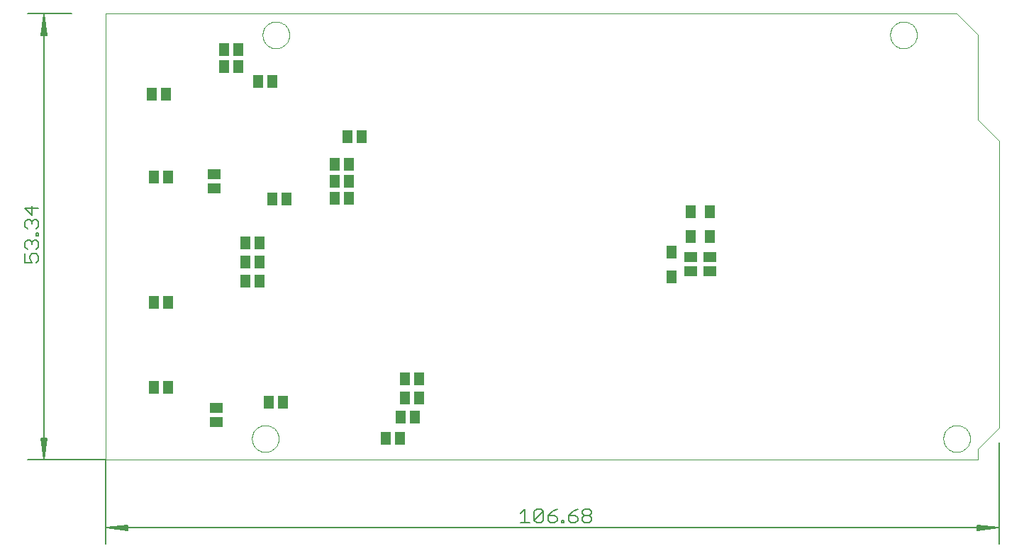
<source format=gbp>
G75*
%MOIN*%
%OFA0B0*%
%FSLAX24Y24*%
%IPPOS*%
%LPD*%
%AMOC8*
5,1,8,0,0,1.08239X$1,22.5*
%
%ADD10C,0.0000*%
%ADD11C,0.0051*%
%ADD12C,0.0060*%
%ADD13R,0.0512X0.0591*%
%ADD14R,0.0472X0.0591*%
%ADD15R,0.0591X0.0512*%
D10*
X004160Y004093D02*
X004160Y025093D01*
X044160Y025093D01*
X045160Y024093D01*
X045160Y020093D01*
X046160Y019093D01*
X046160Y005593D01*
X045160Y004593D01*
X045160Y004093D01*
X004160Y004093D01*
X011030Y005093D02*
X011032Y005143D01*
X011038Y005193D01*
X011048Y005242D01*
X011062Y005290D01*
X011079Y005337D01*
X011100Y005382D01*
X011125Y005426D01*
X011153Y005467D01*
X011185Y005506D01*
X011219Y005543D01*
X011256Y005577D01*
X011296Y005607D01*
X011338Y005634D01*
X011382Y005658D01*
X011428Y005679D01*
X011475Y005695D01*
X011523Y005708D01*
X011573Y005717D01*
X011622Y005722D01*
X011673Y005723D01*
X011723Y005720D01*
X011772Y005713D01*
X011821Y005702D01*
X011869Y005687D01*
X011915Y005669D01*
X011960Y005647D01*
X012003Y005621D01*
X012044Y005592D01*
X012083Y005560D01*
X012119Y005525D01*
X012151Y005487D01*
X012181Y005447D01*
X012208Y005404D01*
X012231Y005360D01*
X012250Y005314D01*
X012266Y005266D01*
X012278Y005217D01*
X012286Y005168D01*
X012290Y005118D01*
X012290Y005068D01*
X012286Y005018D01*
X012278Y004969D01*
X012266Y004920D01*
X012250Y004872D01*
X012231Y004826D01*
X012208Y004782D01*
X012181Y004739D01*
X012151Y004699D01*
X012119Y004661D01*
X012083Y004626D01*
X012044Y004594D01*
X012003Y004565D01*
X011960Y004539D01*
X011915Y004517D01*
X011869Y004499D01*
X011821Y004484D01*
X011772Y004473D01*
X011723Y004466D01*
X011673Y004463D01*
X011622Y004464D01*
X011573Y004469D01*
X011523Y004478D01*
X011475Y004491D01*
X011428Y004507D01*
X011382Y004528D01*
X011338Y004552D01*
X011296Y004579D01*
X011256Y004609D01*
X011219Y004643D01*
X011185Y004680D01*
X011153Y004719D01*
X011125Y004760D01*
X011100Y004804D01*
X011079Y004849D01*
X011062Y004896D01*
X011048Y004944D01*
X011038Y004993D01*
X011032Y005043D01*
X011030Y005093D01*
X043530Y005093D02*
X043532Y005143D01*
X043538Y005193D01*
X043548Y005242D01*
X043562Y005290D01*
X043579Y005337D01*
X043600Y005382D01*
X043625Y005426D01*
X043653Y005467D01*
X043685Y005506D01*
X043719Y005543D01*
X043756Y005577D01*
X043796Y005607D01*
X043838Y005634D01*
X043882Y005658D01*
X043928Y005679D01*
X043975Y005695D01*
X044023Y005708D01*
X044073Y005717D01*
X044122Y005722D01*
X044173Y005723D01*
X044223Y005720D01*
X044272Y005713D01*
X044321Y005702D01*
X044369Y005687D01*
X044415Y005669D01*
X044460Y005647D01*
X044503Y005621D01*
X044544Y005592D01*
X044583Y005560D01*
X044619Y005525D01*
X044651Y005487D01*
X044681Y005447D01*
X044708Y005404D01*
X044731Y005360D01*
X044750Y005314D01*
X044766Y005266D01*
X044778Y005217D01*
X044786Y005168D01*
X044790Y005118D01*
X044790Y005068D01*
X044786Y005018D01*
X044778Y004969D01*
X044766Y004920D01*
X044750Y004872D01*
X044731Y004826D01*
X044708Y004782D01*
X044681Y004739D01*
X044651Y004699D01*
X044619Y004661D01*
X044583Y004626D01*
X044544Y004594D01*
X044503Y004565D01*
X044460Y004539D01*
X044415Y004517D01*
X044369Y004499D01*
X044321Y004484D01*
X044272Y004473D01*
X044223Y004466D01*
X044173Y004463D01*
X044122Y004464D01*
X044073Y004469D01*
X044023Y004478D01*
X043975Y004491D01*
X043928Y004507D01*
X043882Y004528D01*
X043838Y004552D01*
X043796Y004579D01*
X043756Y004609D01*
X043719Y004643D01*
X043685Y004680D01*
X043653Y004719D01*
X043625Y004760D01*
X043600Y004804D01*
X043579Y004849D01*
X043562Y004896D01*
X043548Y004944D01*
X043538Y004993D01*
X043532Y005043D01*
X043530Y005093D01*
X041030Y024093D02*
X041032Y024143D01*
X041038Y024193D01*
X041048Y024242D01*
X041062Y024290D01*
X041079Y024337D01*
X041100Y024382D01*
X041125Y024426D01*
X041153Y024467D01*
X041185Y024506D01*
X041219Y024543D01*
X041256Y024577D01*
X041296Y024607D01*
X041338Y024634D01*
X041382Y024658D01*
X041428Y024679D01*
X041475Y024695D01*
X041523Y024708D01*
X041573Y024717D01*
X041622Y024722D01*
X041673Y024723D01*
X041723Y024720D01*
X041772Y024713D01*
X041821Y024702D01*
X041869Y024687D01*
X041915Y024669D01*
X041960Y024647D01*
X042003Y024621D01*
X042044Y024592D01*
X042083Y024560D01*
X042119Y024525D01*
X042151Y024487D01*
X042181Y024447D01*
X042208Y024404D01*
X042231Y024360D01*
X042250Y024314D01*
X042266Y024266D01*
X042278Y024217D01*
X042286Y024168D01*
X042290Y024118D01*
X042290Y024068D01*
X042286Y024018D01*
X042278Y023969D01*
X042266Y023920D01*
X042250Y023872D01*
X042231Y023826D01*
X042208Y023782D01*
X042181Y023739D01*
X042151Y023699D01*
X042119Y023661D01*
X042083Y023626D01*
X042044Y023594D01*
X042003Y023565D01*
X041960Y023539D01*
X041915Y023517D01*
X041869Y023499D01*
X041821Y023484D01*
X041772Y023473D01*
X041723Y023466D01*
X041673Y023463D01*
X041622Y023464D01*
X041573Y023469D01*
X041523Y023478D01*
X041475Y023491D01*
X041428Y023507D01*
X041382Y023528D01*
X041338Y023552D01*
X041296Y023579D01*
X041256Y023609D01*
X041219Y023643D01*
X041185Y023680D01*
X041153Y023719D01*
X041125Y023760D01*
X041100Y023804D01*
X041079Y023849D01*
X041062Y023896D01*
X041048Y023944D01*
X041038Y023993D01*
X041032Y024043D01*
X041030Y024093D01*
X011530Y024093D02*
X011532Y024143D01*
X011538Y024193D01*
X011548Y024242D01*
X011562Y024290D01*
X011579Y024337D01*
X011600Y024382D01*
X011625Y024426D01*
X011653Y024467D01*
X011685Y024506D01*
X011719Y024543D01*
X011756Y024577D01*
X011796Y024607D01*
X011838Y024634D01*
X011882Y024658D01*
X011928Y024679D01*
X011975Y024695D01*
X012023Y024708D01*
X012073Y024717D01*
X012122Y024722D01*
X012173Y024723D01*
X012223Y024720D01*
X012272Y024713D01*
X012321Y024702D01*
X012369Y024687D01*
X012415Y024669D01*
X012460Y024647D01*
X012503Y024621D01*
X012544Y024592D01*
X012583Y024560D01*
X012619Y024525D01*
X012651Y024487D01*
X012681Y024447D01*
X012708Y024404D01*
X012731Y024360D01*
X012750Y024314D01*
X012766Y024266D01*
X012778Y024217D01*
X012786Y024168D01*
X012790Y024118D01*
X012790Y024068D01*
X012786Y024018D01*
X012778Y023969D01*
X012766Y023920D01*
X012750Y023872D01*
X012731Y023826D01*
X012708Y023782D01*
X012681Y023739D01*
X012651Y023699D01*
X012619Y023661D01*
X012583Y023626D01*
X012544Y023594D01*
X012503Y023565D01*
X012460Y023539D01*
X012415Y023517D01*
X012369Y023499D01*
X012321Y023484D01*
X012272Y023473D01*
X012223Y023466D01*
X012173Y023463D01*
X012122Y023464D01*
X012073Y023469D01*
X012023Y023478D01*
X011975Y023491D01*
X011928Y023507D01*
X011882Y023528D01*
X011838Y023552D01*
X011796Y023579D01*
X011756Y023609D01*
X011719Y023643D01*
X011685Y023680D01*
X011653Y023719D01*
X011625Y023760D01*
X011600Y023804D01*
X011579Y023849D01*
X011562Y023896D01*
X011548Y023944D01*
X011538Y023993D01*
X011532Y024043D01*
X011530Y024093D01*
D11*
X004160Y004093D02*
X004160Y000126D01*
X004185Y000893D02*
X005183Y000791D01*
X005183Y000768D02*
X004185Y000893D01*
X005183Y000996D01*
X005183Y001019D02*
X005183Y000768D01*
X005183Y000842D02*
X004185Y000893D01*
X005183Y000944D01*
X005183Y001019D02*
X004185Y000893D01*
X046134Y000893D01*
X045136Y000791D01*
X045136Y000768D02*
X046134Y000893D01*
X045136Y000996D01*
X045136Y001019D02*
X045136Y000768D01*
X045136Y000842D02*
X046134Y000893D01*
X045136Y000944D01*
X045136Y001019D02*
X046134Y000893D01*
X046160Y000126D02*
X046160Y004893D01*
X004160Y004093D02*
X000492Y004093D01*
X001260Y004119D02*
X001362Y005117D01*
X001385Y005117D02*
X001260Y004119D01*
X001157Y005117D01*
X001134Y005117D02*
X001385Y005117D01*
X001311Y005117D02*
X001260Y004119D01*
X001208Y005117D01*
X001134Y005117D02*
X001260Y004119D01*
X001260Y025068D01*
X001362Y024070D01*
X001385Y024070D02*
X001260Y025068D01*
X001157Y024070D01*
X001134Y024070D02*
X001385Y024070D01*
X001311Y024070D02*
X001260Y025068D01*
X001208Y024070D01*
X001134Y024070D02*
X001260Y025068D01*
X000492Y025093D02*
X002560Y025093D01*
D12*
X000683Y016050D02*
X000683Y015623D01*
X000363Y015943D01*
X001003Y015943D01*
X000897Y015405D02*
X001003Y015299D01*
X001003Y015085D01*
X000897Y014978D01*
X000897Y014763D02*
X001003Y014763D01*
X001003Y014656D01*
X000897Y014656D01*
X000897Y014763D01*
X000897Y014439D02*
X001003Y014332D01*
X001003Y014118D01*
X000897Y014012D01*
X000897Y013794D02*
X001003Y013687D01*
X001003Y013474D01*
X000897Y013367D01*
X000683Y013367D02*
X000576Y013581D01*
X000576Y013687D01*
X000683Y013794D01*
X000897Y013794D01*
X000470Y014012D02*
X000363Y014118D01*
X000363Y014332D01*
X000470Y014439D01*
X000576Y014439D01*
X000683Y014332D01*
X000790Y014439D01*
X000897Y014439D01*
X000683Y014332D02*
X000683Y014225D01*
X000363Y013794D02*
X000363Y013367D01*
X000683Y013367D01*
X000470Y014978D02*
X000363Y015085D01*
X000363Y015299D01*
X000470Y015405D01*
X000576Y015405D01*
X000683Y015299D01*
X000790Y015405D01*
X000897Y015405D01*
X000683Y015299D02*
X000683Y015192D01*
X023654Y001577D02*
X023867Y001790D01*
X023867Y001149D01*
X023654Y001149D02*
X024081Y001149D01*
X024298Y001256D02*
X024725Y001683D01*
X024725Y001256D01*
X024619Y001149D01*
X024405Y001149D01*
X024298Y001256D01*
X024298Y001683D01*
X024405Y001790D01*
X024619Y001790D01*
X024725Y001683D01*
X024943Y001470D02*
X025263Y001470D01*
X025370Y001363D01*
X025370Y001256D01*
X025263Y001149D01*
X025050Y001149D01*
X024943Y001256D01*
X024943Y001470D01*
X025156Y001683D01*
X025370Y001790D01*
X025910Y001470D02*
X026230Y001470D01*
X026337Y001363D01*
X026337Y001256D01*
X026230Y001149D01*
X026017Y001149D01*
X025910Y001256D01*
X025910Y001470D01*
X026123Y001683D01*
X026337Y001790D01*
X026554Y001683D02*
X026554Y001577D01*
X026661Y001470D01*
X026875Y001470D01*
X026981Y001363D01*
X026981Y001256D01*
X026875Y001149D01*
X026661Y001149D01*
X026554Y001256D01*
X026554Y001363D01*
X026661Y001470D01*
X026875Y001470D02*
X026981Y001577D01*
X026981Y001683D01*
X026875Y001790D01*
X026661Y001790D01*
X026554Y001683D01*
X025694Y001256D02*
X025694Y001149D01*
X025587Y001149D01*
X025587Y001256D01*
X025694Y001256D01*
D13*
X017994Y005093D03*
X017325Y005093D03*
X018025Y006093D03*
X018694Y006093D03*
X018894Y006993D03*
X018225Y006993D03*
X018225Y007893D03*
X018894Y007893D03*
X012484Y006823D03*
X011815Y006823D03*
X007094Y007493D03*
X006425Y007493D03*
X006425Y011493D03*
X007094Y011493D03*
X010725Y012493D03*
X011394Y012493D03*
X011394Y013393D03*
X010725Y013393D03*
X010725Y014293D03*
X011394Y014293D03*
X011975Y016363D03*
X012644Y016363D03*
X014925Y016393D03*
X015594Y016393D03*
X015594Y017193D03*
X014925Y017193D03*
X014925Y017993D03*
X015594Y017993D03*
X015525Y019293D03*
X016194Y019293D03*
X011994Y021893D03*
X011325Y021893D03*
X010394Y022593D03*
X009725Y022593D03*
X009725Y023393D03*
X010394Y023393D03*
X006994Y021293D03*
X006325Y021293D03*
X006425Y017393D03*
X007094Y017393D03*
D14*
X030760Y013864D03*
X031660Y014622D03*
X032560Y014622D03*
X032560Y015764D03*
X031660Y015764D03*
X030760Y012722D03*
D15*
X031660Y012959D03*
X032560Y012959D03*
X032560Y013628D03*
X031660Y013628D03*
X009360Y006528D03*
X009360Y005859D03*
X009260Y016859D03*
X009260Y017528D03*
M02*

</source>
